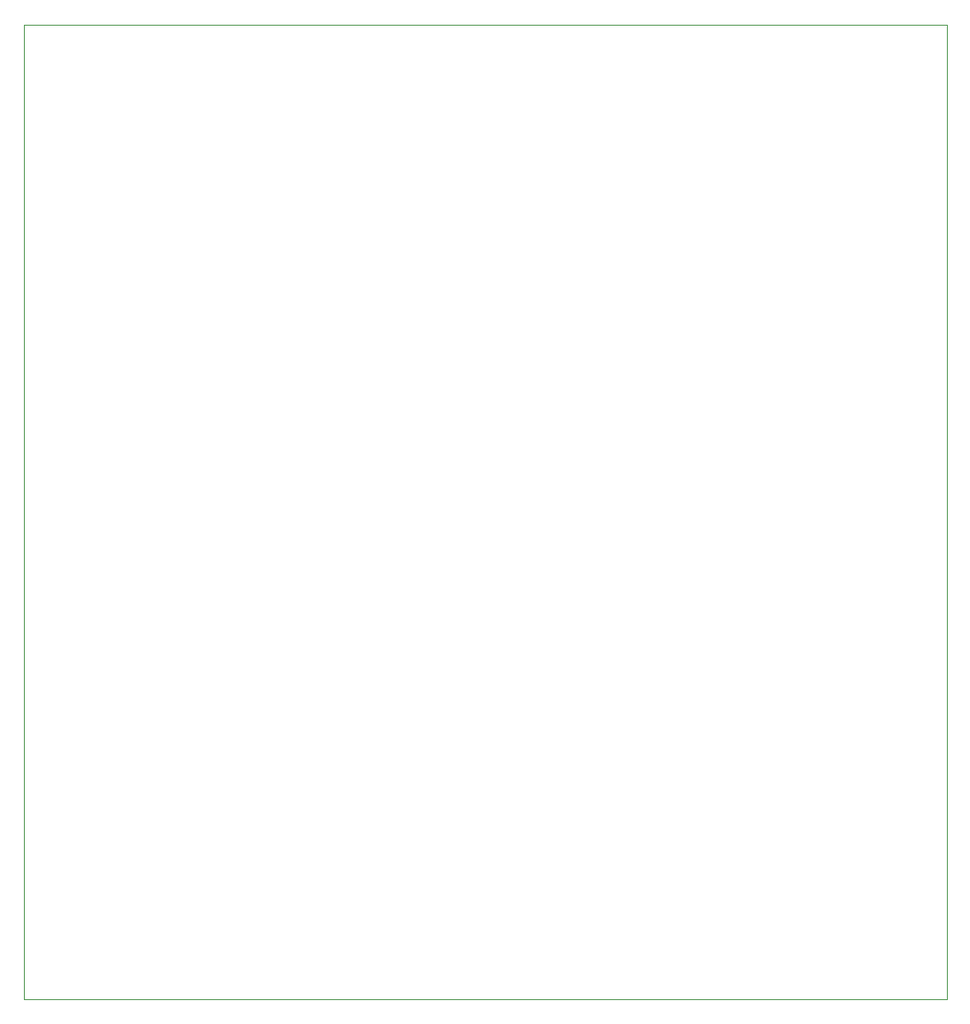
<source format=gbr>
%TF.GenerationSoftware,KiCad,Pcbnew,(6.0.1)*%
%TF.CreationDate,2022-03-29T22:20:04-05:00*%
%TF.ProjectId,microcontroller_board_ATMEGA_TH,6d696372-6f63-46f6-9e74-726f6c6c6572,rev?*%
%TF.SameCoordinates,Original*%
%TF.FileFunction,Profile,NP*%
%FSLAX46Y46*%
G04 Gerber Fmt 4.6, Leading zero omitted, Abs format (unit mm)*
G04 Created by KiCad (PCBNEW (6.0.1)) date 2022-03-29 22:20:04*
%MOMM*%
%LPD*%
G01*
G04 APERTURE LIST*
%TA.AperFunction,Profile*%
%ADD10C,0.100000*%
%TD*%
G04 APERTURE END LIST*
D10*
X67310000Y-25400000D02*
X158750000Y-25400000D01*
X158750000Y-25400000D02*
X158750000Y-121920000D01*
X158750000Y-121920000D02*
X67310000Y-121920000D01*
X67310000Y-121920000D02*
X67310000Y-25400000D01*
M02*

</source>
